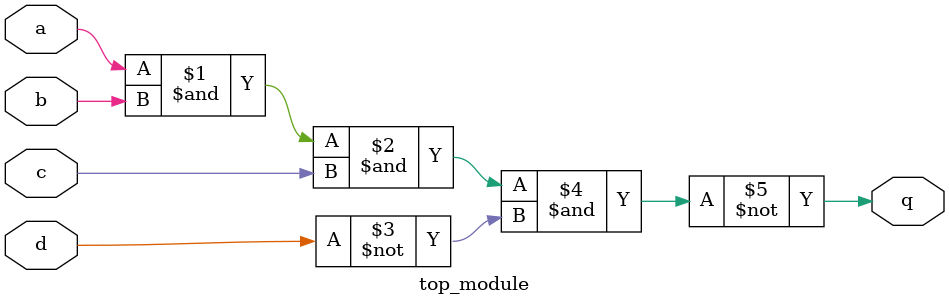
<source format=sv>
module top_module (
	input a, 
	input b, 
	input c, 
	input d,
	output q
);

	assign q = ~(a & b & c & ~d);

endmodule

</source>
